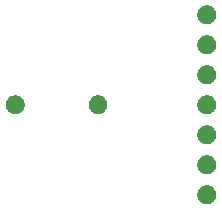
<source format=gbr>
G04 #@! TF.GenerationSoftware,KiCad,Pcbnew,(5.1.5)-3*
G04 #@! TF.CreationDate,2020-12-21T13:14:33+01:00*
G04 #@! TF.ProjectId,epimetheus_mpl3115a2,6570696d-6574-4686-9575-735f6d706c33,rev?*
G04 #@! TF.SameCoordinates,Original*
G04 #@! TF.FileFunction,Soldermask,Bot*
G04 #@! TF.FilePolarity,Negative*
%FSLAX46Y46*%
G04 Gerber Fmt 4.6, Leading zero omitted, Abs format (unit mm)*
G04 Created by KiCad (PCBNEW (5.1.5)-3) date 2020-12-21 13:14:33*
%MOMM*%
%LPD*%
G04 APERTURE LIST*
%ADD10C,0.100000*%
G04 APERTURE END LIST*
D10*
G36*
X179815142Y-37826242D02*
G01*
X179963101Y-37887529D01*
X180096255Y-37976499D01*
X180209501Y-38089745D01*
X180298471Y-38222899D01*
X180359758Y-38370858D01*
X180391000Y-38527925D01*
X180391000Y-38688075D01*
X180359758Y-38845142D01*
X180298471Y-38993101D01*
X180209501Y-39126255D01*
X180096255Y-39239501D01*
X179963101Y-39328471D01*
X179815142Y-39389758D01*
X179658075Y-39421000D01*
X179497925Y-39421000D01*
X179340858Y-39389758D01*
X179192899Y-39328471D01*
X179059745Y-39239501D01*
X178946499Y-39126255D01*
X178857529Y-38993101D01*
X178796242Y-38845142D01*
X178765000Y-38688075D01*
X178765000Y-38527925D01*
X178796242Y-38370858D01*
X178857529Y-38222899D01*
X178946499Y-38089745D01*
X179059745Y-37976499D01*
X179192899Y-37887529D01*
X179340858Y-37826242D01*
X179497925Y-37795000D01*
X179658075Y-37795000D01*
X179815142Y-37826242D01*
G37*
G36*
X179815142Y-35286242D02*
G01*
X179963101Y-35347529D01*
X180096255Y-35436499D01*
X180209501Y-35549745D01*
X180298471Y-35682899D01*
X180359758Y-35830858D01*
X180391000Y-35987925D01*
X180391000Y-36148075D01*
X180359758Y-36305142D01*
X180298471Y-36453101D01*
X180209501Y-36586255D01*
X180096255Y-36699501D01*
X179963101Y-36788471D01*
X179815142Y-36849758D01*
X179658075Y-36881000D01*
X179497925Y-36881000D01*
X179340858Y-36849758D01*
X179192899Y-36788471D01*
X179059745Y-36699501D01*
X178946499Y-36586255D01*
X178857529Y-36453101D01*
X178796242Y-36305142D01*
X178765000Y-36148075D01*
X178765000Y-35987925D01*
X178796242Y-35830858D01*
X178857529Y-35682899D01*
X178946499Y-35549745D01*
X179059745Y-35436499D01*
X179192899Y-35347529D01*
X179340858Y-35286242D01*
X179497925Y-35255000D01*
X179658075Y-35255000D01*
X179815142Y-35286242D01*
G37*
G36*
X179815142Y-32746242D02*
G01*
X179963101Y-32807529D01*
X180096255Y-32896499D01*
X180209501Y-33009745D01*
X180298471Y-33142899D01*
X180359758Y-33290858D01*
X180391000Y-33447925D01*
X180391000Y-33608075D01*
X180359758Y-33765142D01*
X180298471Y-33913101D01*
X180209501Y-34046255D01*
X180096255Y-34159501D01*
X179963101Y-34248471D01*
X179815142Y-34309758D01*
X179658075Y-34341000D01*
X179497925Y-34341000D01*
X179340858Y-34309758D01*
X179192899Y-34248471D01*
X179059745Y-34159501D01*
X178946499Y-34046255D01*
X178857529Y-33913101D01*
X178796242Y-33765142D01*
X178765000Y-33608075D01*
X178765000Y-33447925D01*
X178796242Y-33290858D01*
X178857529Y-33142899D01*
X178946499Y-33009745D01*
X179059745Y-32896499D01*
X179192899Y-32807529D01*
X179340858Y-32746242D01*
X179497925Y-32715000D01*
X179658075Y-32715000D01*
X179815142Y-32746242D01*
G37*
G36*
X179815142Y-30206242D02*
G01*
X179963101Y-30267529D01*
X180096255Y-30356499D01*
X180209501Y-30469745D01*
X180298471Y-30602899D01*
X180359758Y-30750858D01*
X180391000Y-30907925D01*
X180391000Y-31068075D01*
X180359758Y-31225142D01*
X180298471Y-31373101D01*
X180209501Y-31506255D01*
X180096255Y-31619501D01*
X179963101Y-31708471D01*
X179815142Y-31769758D01*
X179658075Y-31801000D01*
X179497925Y-31801000D01*
X179340858Y-31769758D01*
X179192899Y-31708471D01*
X179059745Y-31619501D01*
X178946499Y-31506255D01*
X178857529Y-31373101D01*
X178796242Y-31225142D01*
X178765000Y-31068075D01*
X178765000Y-30907925D01*
X178796242Y-30750858D01*
X178857529Y-30602899D01*
X178946499Y-30469745D01*
X179059745Y-30356499D01*
X179192899Y-30267529D01*
X179340858Y-30206242D01*
X179497925Y-30175000D01*
X179658075Y-30175000D01*
X179815142Y-30206242D01*
G37*
G36*
X163606642Y-30217781D02*
G01*
X163752414Y-30278162D01*
X163752416Y-30278163D01*
X163883608Y-30365822D01*
X163995178Y-30477392D01*
X164079038Y-30602899D01*
X164082838Y-30608586D01*
X164143219Y-30754358D01*
X164174000Y-30909107D01*
X164174000Y-31066893D01*
X164143219Y-31221642D01*
X164082838Y-31367414D01*
X164082837Y-31367416D01*
X163995178Y-31498608D01*
X163883608Y-31610178D01*
X163752416Y-31697837D01*
X163752415Y-31697838D01*
X163752414Y-31697838D01*
X163606642Y-31758219D01*
X163451893Y-31789000D01*
X163294107Y-31789000D01*
X163139358Y-31758219D01*
X162993586Y-31697838D01*
X162993585Y-31697838D01*
X162993584Y-31697837D01*
X162862392Y-31610178D01*
X162750822Y-31498608D01*
X162663163Y-31367416D01*
X162663162Y-31367414D01*
X162602781Y-31221642D01*
X162572000Y-31066893D01*
X162572000Y-30909107D01*
X162602781Y-30754358D01*
X162663162Y-30608586D01*
X162666962Y-30602899D01*
X162750822Y-30477392D01*
X162862392Y-30365822D01*
X162993584Y-30278163D01*
X162993586Y-30278162D01*
X163139358Y-30217781D01*
X163294107Y-30187000D01*
X163451893Y-30187000D01*
X163606642Y-30217781D01*
G37*
G36*
X170606642Y-30217781D02*
G01*
X170752414Y-30278162D01*
X170752416Y-30278163D01*
X170883608Y-30365822D01*
X170995178Y-30477392D01*
X171079038Y-30602899D01*
X171082838Y-30608586D01*
X171143219Y-30754358D01*
X171174000Y-30909107D01*
X171174000Y-31066893D01*
X171143219Y-31221642D01*
X171082838Y-31367414D01*
X171082837Y-31367416D01*
X170995178Y-31498608D01*
X170883608Y-31610178D01*
X170752416Y-31697837D01*
X170752415Y-31697838D01*
X170752414Y-31697838D01*
X170606642Y-31758219D01*
X170451893Y-31789000D01*
X170294107Y-31789000D01*
X170139358Y-31758219D01*
X169993586Y-31697838D01*
X169993585Y-31697838D01*
X169993584Y-31697837D01*
X169862392Y-31610178D01*
X169750822Y-31498608D01*
X169663163Y-31367416D01*
X169663162Y-31367414D01*
X169602781Y-31221642D01*
X169572000Y-31066893D01*
X169572000Y-30909107D01*
X169602781Y-30754358D01*
X169663162Y-30608586D01*
X169666962Y-30602899D01*
X169750822Y-30477392D01*
X169862392Y-30365822D01*
X169993584Y-30278163D01*
X169993586Y-30278162D01*
X170139358Y-30217781D01*
X170294107Y-30187000D01*
X170451893Y-30187000D01*
X170606642Y-30217781D01*
G37*
G36*
X179815142Y-27666242D02*
G01*
X179963101Y-27727529D01*
X180096255Y-27816499D01*
X180209501Y-27929745D01*
X180298471Y-28062899D01*
X180359758Y-28210858D01*
X180391000Y-28367925D01*
X180391000Y-28528075D01*
X180359758Y-28685142D01*
X180298471Y-28833101D01*
X180209501Y-28966255D01*
X180096255Y-29079501D01*
X179963101Y-29168471D01*
X179815142Y-29229758D01*
X179658075Y-29261000D01*
X179497925Y-29261000D01*
X179340858Y-29229758D01*
X179192899Y-29168471D01*
X179059745Y-29079501D01*
X178946499Y-28966255D01*
X178857529Y-28833101D01*
X178796242Y-28685142D01*
X178765000Y-28528075D01*
X178765000Y-28367925D01*
X178796242Y-28210858D01*
X178857529Y-28062899D01*
X178946499Y-27929745D01*
X179059745Y-27816499D01*
X179192899Y-27727529D01*
X179340858Y-27666242D01*
X179497925Y-27635000D01*
X179658075Y-27635000D01*
X179815142Y-27666242D01*
G37*
G36*
X179815142Y-25126242D02*
G01*
X179963101Y-25187529D01*
X180096255Y-25276499D01*
X180209501Y-25389745D01*
X180298471Y-25522899D01*
X180359758Y-25670858D01*
X180391000Y-25827925D01*
X180391000Y-25988075D01*
X180359758Y-26145142D01*
X180298471Y-26293101D01*
X180209501Y-26426255D01*
X180096255Y-26539501D01*
X179963101Y-26628471D01*
X179815142Y-26689758D01*
X179658075Y-26721000D01*
X179497925Y-26721000D01*
X179340858Y-26689758D01*
X179192899Y-26628471D01*
X179059745Y-26539501D01*
X178946499Y-26426255D01*
X178857529Y-26293101D01*
X178796242Y-26145142D01*
X178765000Y-25988075D01*
X178765000Y-25827925D01*
X178796242Y-25670858D01*
X178857529Y-25522899D01*
X178946499Y-25389745D01*
X179059745Y-25276499D01*
X179192899Y-25187529D01*
X179340858Y-25126242D01*
X179497925Y-25095000D01*
X179658075Y-25095000D01*
X179815142Y-25126242D01*
G37*
G36*
X179815142Y-22586242D02*
G01*
X179963101Y-22647529D01*
X180096255Y-22736499D01*
X180209501Y-22849745D01*
X180298471Y-22982899D01*
X180359758Y-23130858D01*
X180391000Y-23287925D01*
X180391000Y-23448075D01*
X180359758Y-23605142D01*
X180298471Y-23753101D01*
X180209501Y-23886255D01*
X180096255Y-23999501D01*
X179963101Y-24088471D01*
X179815142Y-24149758D01*
X179658075Y-24181000D01*
X179497925Y-24181000D01*
X179340858Y-24149758D01*
X179192899Y-24088471D01*
X179059745Y-23999501D01*
X178946499Y-23886255D01*
X178857529Y-23753101D01*
X178796242Y-23605142D01*
X178765000Y-23448075D01*
X178765000Y-23287925D01*
X178796242Y-23130858D01*
X178857529Y-22982899D01*
X178946499Y-22849745D01*
X179059745Y-22736499D01*
X179192899Y-22647529D01*
X179340858Y-22586242D01*
X179497925Y-22555000D01*
X179658075Y-22555000D01*
X179815142Y-22586242D01*
G37*
M02*

</source>
